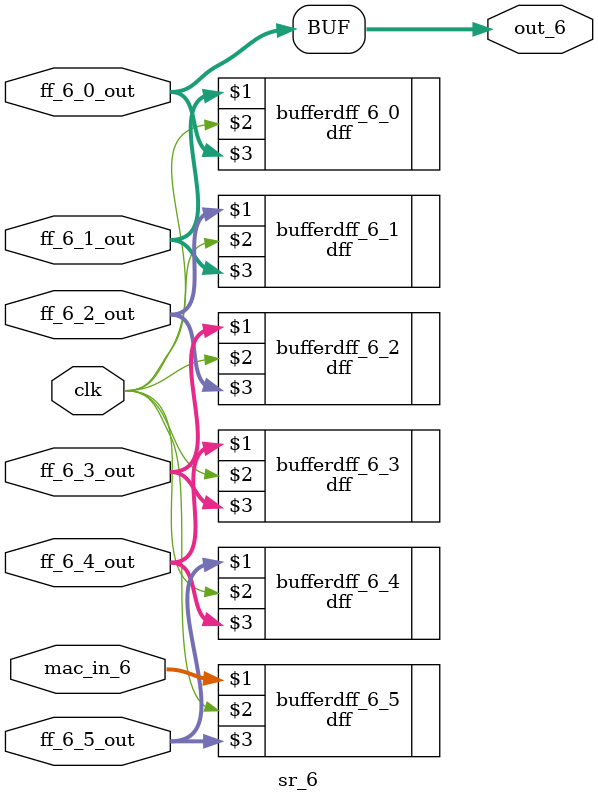
<source format=v>
module sr_6 (mac_in_6, ff_6_5_out, ff_6_4_out, ff_6_3_out, ff_6_2_out, ff_6_1_out, ff_6_0_out, clk, out_6);

	input				[18:0] mac_in_6;
	input 				[18:0] ff_6_5_out, ff_6_4_out, ff_6_3_out, ff_6_2_out, ff_6_1_out, ff_6_0_out;
	input				clk;
	
	output			[18:0]	out_6;
	
	
	dff			bufferdff_6_5(mac_in_6, clk, ff_6_5_out);
	dff			bufferdff_6_4(ff_6_5_out, clk, ff_6_4_out);
	dff			bufferdff_6_3(ff_6_4_out, clk, ff_6_3_out);
	dff			bufferdff_6_2(ff_6_3_out, clk, ff_6_2_out);
	dff			bufferdff_6_1(ff_6_2_out, clk, ff_6_1_out);
	dff			bufferdff_6_0(ff_6_1_out, clk, ff_6_0_out);
	
	
	assign out_6 = ff_6_0_out;
	
	
endmodule
</source>
